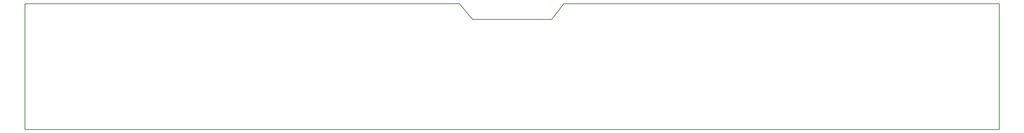
<source format=gm1>
G04*
G04 #@! TF.GenerationSoftware,Altium Limited,Altium Designer,24.5.2 (23)*
G04*
G04 Layer_Color=16711935*
%FSLAX25Y25*%
%MOIN*%
G70*
G04*
G04 #@! TF.SameCoordinates,3CEC5A2E-8D08-4BF0-80EA-B15E454FE1E2*
G04*
G04*
G04 #@! TF.FilePolarity,Positive*
G04*
G01*
G75*
%ADD14C,0.01000*%
D14*
X619921Y143000D02*
X635386Y163386D01*
X517559Y143000D02*
X619921D01*
X501114Y163386D02*
X517559Y143000D01*
X635386Y163386D02*
X1196850D01*
X-59055D02*
X501114D01*
X1196850Y0D02*
Y163386D01*
X-59055Y0D02*
X1196850D01*
X-59055D02*
Y163386D01*
M02*

</source>
